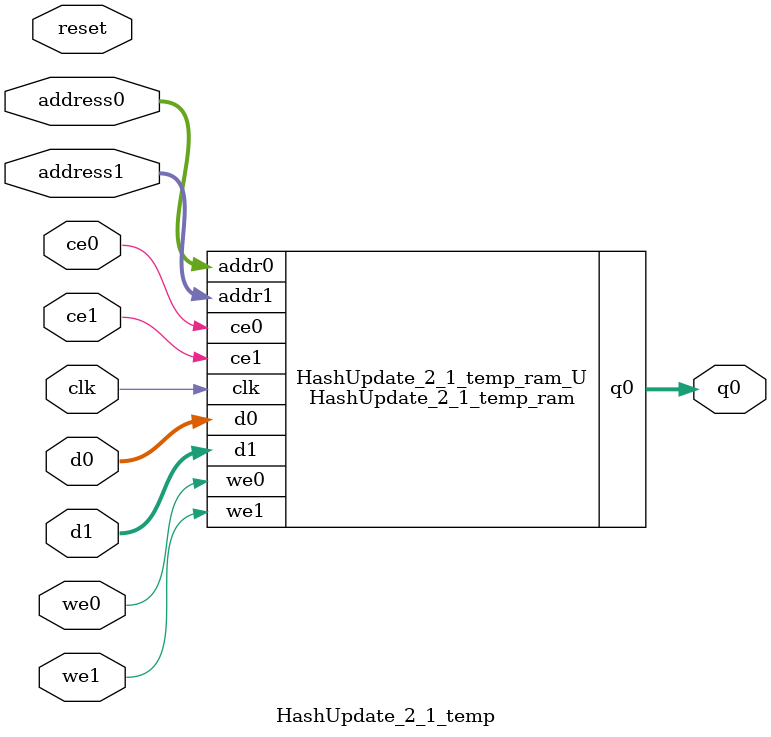
<source format=v>
`timescale 1 ns / 1 ps
module HashUpdate_2_1_temp_ram (addr0, ce0, d0, we0, q0, addr1, ce1, d1, we1,  clk);

parameter DWIDTH = 8;
parameter AWIDTH = 7;
parameter MEM_SIZE = 75;

input[AWIDTH-1:0] addr0;
input ce0;
input[DWIDTH-1:0] d0;
input we0;
output reg[DWIDTH-1:0] q0;
input[AWIDTH-1:0] addr1;
input ce1;
input[DWIDTH-1:0] d1;
input we1;
input clk;

(* ram_style = "block" *)reg [DWIDTH-1:0] ram[0:MEM_SIZE-1];




always @(posedge clk)  
begin 
    if (ce0) begin
        if (we0) 
            ram[addr0] <= d0; 
        q0 <= ram[addr0];
    end
end


always @(posedge clk)  
begin 
    if (ce1) begin
        if (we1) 
            ram[addr1] <= d1; 
    end
end


endmodule

`timescale 1 ns / 1 ps
module HashUpdate_2_1_temp(
    reset,
    clk,
    address0,
    ce0,
    we0,
    d0,
    q0,
    address1,
    ce1,
    we1,
    d1);

parameter DataWidth = 32'd8;
parameter AddressRange = 32'd75;
parameter AddressWidth = 32'd7;
input reset;
input clk;
input[AddressWidth - 1:0] address0;
input ce0;
input we0;
input[DataWidth - 1:0] d0;
output[DataWidth - 1:0] q0;
input[AddressWidth - 1:0] address1;
input ce1;
input we1;
input[DataWidth - 1:0] d1;



HashUpdate_2_1_temp_ram HashUpdate_2_1_temp_ram_U(
    .clk( clk ),
    .addr0( address0 ),
    .ce0( ce0 ),
    .we0( we0 ),
    .d0( d0 ),
    .q0( q0 ),
    .addr1( address1 ),
    .ce1( ce1 ),
    .we1( we1 ),
    .d1( d1 ));

endmodule


</source>
